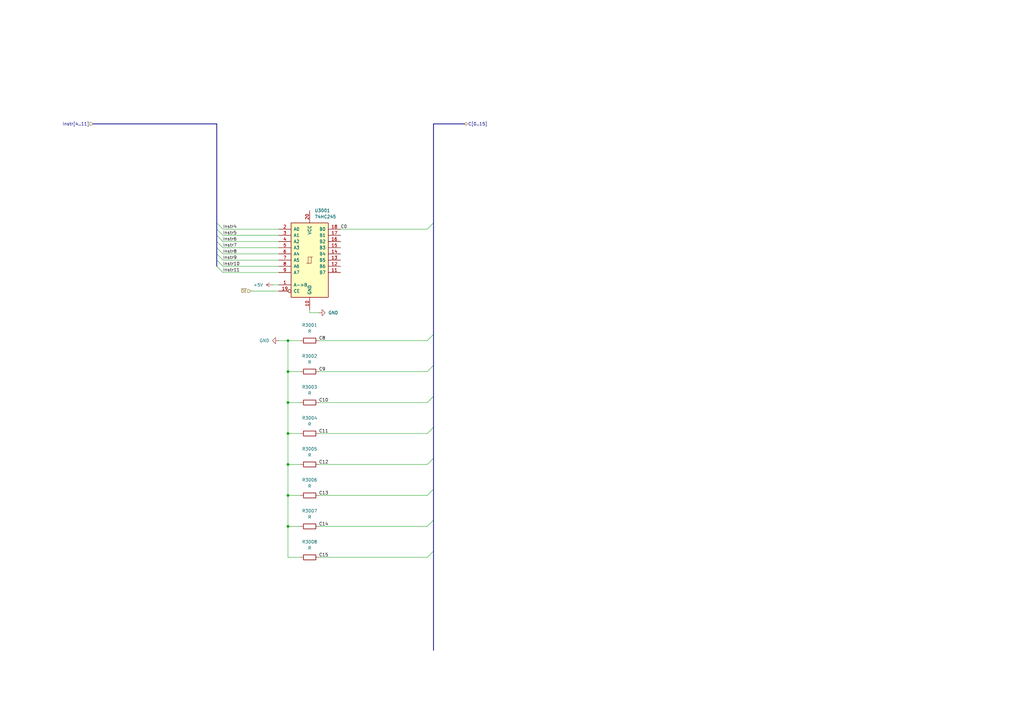
<source format=kicad_sch>
(kicad_sch (version 20231120) (generator "eeschema") (generator_version "8.0")
  (paper "A3")
  (lib_symbols
    (symbol "74xx:74HC245" (pin_names (offset 1.016))
      (property "Reference" "U" (at -7.62 16.51 0))
      (property "Value" "74HC245" (at -7.62 -16.51 0))
      (symbol "74HC245_1_0"
        (polyline (pts (xy -0.635 -1.27) (xy -0.635 1.27) (xy 0.635 1.27)))
        (polyline (pts (xy -1.27 -1.27) (xy 0.635 -1.27) (xy 0.635 1.27) (xy 1.27 1.27)))
        (pin input line (at -12.7 -10.16 0) (length 5.08) (name "A->B") (number "1"))
        (pin power_in line (at 0 -20.32 90) (length 5.08) (name "GND") (number "10"))
        (pin tri_state line (at 12.7 -5.08 180) (length 5.08) (name "B7") (number "11"))
        (pin tri_state line (at 12.7 -2.54 180) (length 5.08) (name "B6") (number "12"))
        (pin tri_state line (at 12.7 0 180) (length 5.08) (name "B5") (number "13"))
        (pin tri_state line (at 12.7 2.54 180) (length 5.08) (name "B4") (number "14"))
        (pin tri_state line (at 12.7 5.08 180) (length 5.08) (name "B3") (number "15"))
        (pin tri_state line (at 12.7 7.62 180) (length 5.08) (name "B2") (number "16"))
        (pin tri_state line (at 12.7 10.16 180) (length 5.08) (name "B1") (number "17"))
        (pin tri_state line (at 12.7 12.7 180) (length 5.08) (name "B0") (number "18"))
        (pin input inverted (at -12.7 -12.7 0) (length 5.08) (name "CE") (number "19"))
        (pin tri_state line (at -12.7 12.7 0) (length 5.08) (name "A0") (number "2"))
        (pin power_in line (at 0 20.32 270) (length 5.08) (name "VCC") (number "20"))
        (pin tri_state line (at -12.7 10.16 0) (length 5.08) (name "A1") (number "3"))
        (pin tri_state line (at -12.7 7.62 0) (length 5.08) (name "A2") (number "4"))
        (pin tri_state line (at -12.7 5.08 0) (length 5.08) (name "A3") (number "5"))
        (pin tri_state line (at -12.7 2.54 0) (length 5.08) (name "A4") (number "6"))
        (pin tri_state line (at -12.7 0 0) (length 5.08) (name "A5") (number "7"))
        (pin tri_state line (at -12.7 -2.54 0) (length 5.08) (name "A6") (number "8"))
        (pin tri_state line (at -12.7 -5.08 0) (length 5.08) (name "A7") (number "9"))
      )
      (symbol "74HC245_1_1"
        (rectangle (start -7.62 15.24) (end 7.62 -15.24) (stroke (width 0.254)) (fill (type background)))
      )
    )
    (symbol "Device:R" (pin_numbers hide) (pin_names (offset 0))
      (property "Reference" "R" (at 2.032 0 90))
      (property "Value" "R" (at 0 0 90))
      (symbol "R_0_1"
        (rectangle (start -1.016 -2.54) (end 1.016 2.54) (stroke (width 0.254)))
      )
      (symbol "R_1_1"
        (pin passive line (at 0 3.81 270) (length 1.27) (name "~") (number "1"))
        (pin passive line (at 0 -3.81 90) (length 1.27) (name "~") (number "2"))
      )
    )
    (symbol "power:+5V" (power) (pin_numbers hide) (pin_names (offset 0) hide)
      (property "Value" "+5V" (at 0 3.556 0))
      (symbol "+5V_0_1"
        (polyline (pts (xy -0.762 1.27) (xy 0 2.54)))
        (polyline (pts (xy 0 0) (xy 0 2.54)))
        (polyline (pts (xy 0 2.54) (xy 0.762 1.27)))
      )
      (symbol "+5V_1_1"
        (pin power_in line (at 0 0 90) (length 0) (name "~") (number "1"))
      )
    )
    (symbol "power:GND" (power) (pin_numbers hide) (pin_names (offset 0) hide)
      (property "Value" "GND" (at 0 -3.81 0))
      (symbol "GND_0_1"
        (polyline (pts (xy 0 0) (xy 0 -1.27) (xy 1.27 -1.27) (xy 0 -2.54) (xy -1.27 -1.27) (xy 0 -1.27)))
      )
      (symbol "GND_1_1"
        (pin power_in line (at 0 0 270) (length 0) (name "~") (number "1"))
      )
    )
  )
  (junction (at 118.11 203.2))
  (junction (at 118.11 177.8))
  (junction (at 118.11 215.9))
  (junction (at 118.11 190.5))
  (junction (at 118.11 152.4))
  (junction (at 118.11 165.1))
  (junction (at 118.11 139.7))
  (bus_entry (at 88.9 106.68) (size 2.54 2.54))
  (bus_entry (at 88.9 93.98) (size 2.54 2.54))
  (bus_entry (at 88.9 96.52) (size 2.54 2.54))
  (bus_entry (at 88.9 99.06) (size 2.54 2.54))
  (bus_entry (at 177.8 149.86) (size -2.54 2.54))
  (bus_entry (at 88.9 101.6) (size 2.54 2.54))
  (bus_entry (at 177.8 91.44) (size -2.54 2.54))
  (bus_entry (at 177.8 200.66) (size -2.54 2.54))
  (bus_entry (at 177.8 175.26) (size -2.54 2.54))
  (bus_entry (at 177.8 213.36) (size -2.54 2.54))
  (bus_entry (at 177.8 226.06) (size -2.54 2.54))
  (bus_entry (at 177.8 137.16) (size -2.54 2.54))
  (bus_entry (at 88.9 104.14) (size 2.54 2.54))
  (bus_entry (at 177.8 187.96) (size -2.54 2.54))
  (bus_entry (at 88.9 109.22) (size 2.54 2.54))
  (bus_entry (at 88.9 91.44) (size 2.54 2.54))
  (bus_entry (at 177.8 162.56) (size -2.54 2.54))
  (bus (pts (xy 177.8 162.56) (xy 177.8 175.26)))
  (wire (pts (xy 118.11 215.9) (xy 123.19 215.9)))
  (bus (pts (xy 88.9 99.06) (xy 88.9 101.6)))
  (wire (pts (xy 91.44 96.52) (xy 114.3 96.52)))
  (bus (pts (xy 88.9 106.68) (xy 88.9 109.22)))
  (bus (pts (xy 190.5 50.8) (xy 177.8 50.8)))
  (wire (pts (xy 118.11 139.7) (xy 123.19 139.7)))
  (bus (pts (xy 177.8 91.44) (xy 177.8 137.16)))
  (wire (pts (xy 118.11 203.2) (xy 123.19 203.2)))
  (wire (pts (xy 118.11 215.9) (xy 118.11 228.6)))
  (wire (pts (xy 118.11 152.4) (xy 123.19 152.4)))
  (wire (pts (xy 91.44 101.6) (xy 114.3 101.6)))
  (bus (pts (xy 88.9 101.6) (xy 88.9 104.14)))
  (bus (pts (xy 177.8 149.86) (xy 177.8 162.56)))
  (wire (pts (xy 91.44 106.68) (xy 114.3 106.68)))
  (wire (pts (xy 102.87 119.38) (xy 114.3 119.38)))
  (bus (pts (xy 177.8 50.8) (xy 177.8 91.44)))
  (wire (pts (xy 91.44 109.22) (xy 114.3 109.22)))
  (bus (pts (xy 38.1 50.8) (xy 88.9 50.8)))
  (wire (pts (xy 118.11 190.5) (xy 123.19 190.5)))
  (bus (pts (xy 88.9 96.52) (xy 88.9 99.06)))
  (wire (pts (xy 91.44 111.76) (xy 114.3 111.76)))
  (bus (pts (xy 177.8 137.16) (xy 177.8 149.86)))
  (bus (pts (xy 88.9 93.98) (xy 88.9 96.52)))
  (bus (pts (xy 177.8 200.66) (xy 177.8 213.36)))
  (wire (pts (xy 118.11 177.8) (xy 118.11 190.5)))
  (wire (pts (xy 127 128.27) (xy 127 127)))
  (bus (pts (xy 88.9 50.8) (xy 88.9 91.44)))
  (bus (pts (xy 177.8 175.26) (xy 177.8 187.96)))
  (bus (pts (xy 88.9 91.44) (xy 88.9 93.98)))
  (wire (pts (xy 130.81 215.9) (xy 175.26 215.9)))
  (wire (pts (xy 114.3 139.7) (xy 118.11 139.7)))
  (wire (pts (xy 130.81 228.6) (xy 175.26 228.6)))
  (wire (pts (xy 118.11 177.8) (xy 123.19 177.8)))
  (wire (pts (xy 118.11 190.5) (xy 118.11 203.2)))
  (wire (pts (xy 130.81 190.5) (xy 175.26 190.5)))
  (bus (pts (xy 177.8 213.36) (xy 177.8 226.06)))
  (wire (pts (xy 118.11 165.1) (xy 123.19 165.1)))
  (wire (pts (xy 91.44 99.06) (xy 114.3 99.06)))
  (wire (pts (xy 139.7 93.98) (xy 175.26 93.98)))
  (bus (pts (xy 88.9 104.14) (xy 88.9 106.68)))
  (wire (pts (xy 118.11 152.4) (xy 118.11 165.1)))
  (bus (pts (xy 177.8 226.06) (xy 177.8 266.7)))
  (wire (pts (xy 130.81 177.8) (xy 175.26 177.8)))
  (wire (pts (xy 130.81 139.7) (xy 175.26 139.7)))
  (wire (pts (xy 91.44 104.14) (xy 114.3 104.14)))
  (wire (pts (xy 118.11 203.2) (xy 118.11 215.9)))
  (wire (pts (xy 130.81 203.2) (xy 175.26 203.2)))
  (wire (pts (xy 130.81 152.4) (xy 175.26 152.4)))
  (wire (pts (xy 91.44 93.98) (xy 114.3 93.98)))
  (wire (pts (xy 130.81 128.27) (xy 127 128.27)))
  (wire (pts (xy 130.81 165.1) (xy 175.26 165.1)))
  (wire (pts (xy 118.11 165.1) (xy 118.11 177.8)))
  (wire (pts (xy 118.11 139.7) (xy 118.11 152.4)))
  (wire (pts (xy 118.11 228.6) (xy 123.19 228.6)))
  (bus (pts (xy 177.8 187.96) (xy 177.8 200.66)))
  (wire (pts (xy 111.76 116.84) (xy 114.3 116.84)))
  (label "Instr7" (at 91.44 101.6 0))
  (label "C12" (at 130.81 190.5 0))
  (label "C14" (at 130.81 215.9 0))
  (label "C13" (at 130.81 203.2 0))
  (label "Instr11" (at 91.44 111.76 0))
  (label "C11" (at 130.81 177.8 0))
  (label "C15" (at 130.81 228.6 0))
  (label "C8" (at 130.81 139.7 0))
  (label "Instr5" (at 91.44 96.52 0))
  (label "C0" (at 139.7 93.98 0))
  (label "Instr4" (at 91.44 93.98 0))
  (label "Instr6" (at 91.44 99.06 0))
  (label "Instr9" (at 91.44 106.68 0))
  (label "Instr8" (at 91.44 104.14 0))
  (label "Instr10" (at 91.44 109.22 0))
  (label "C9" (at 130.81 152.4 0))
  (label "C10" (at 130.81 165.1 0))
  (hierarchical_label "Instr[4..11]" (shape input) (at 38.1 50.8 180))
  (hierarchical_label "~{OE}" (shape input) (at 102.87 119.38 180))
  (hierarchical_label "C[0..15]" (shape tri_state) (at 190.5 50.8 0))
  (symbol (lib_id "Device:R") (at 127 215.9 90) (unit 1)
    (property "Reference" "R3007" (at 127 209.55 90))
    (property "Value" "R" (at 127 212.09 90))
    (property "Footprint" "Resistor_SMD:R_0603_1608Metric" (effects (hide yes)))
    (property "Datasheet" "https://jlcpcb.com/partdetail/23662-0603WAF1004T5E/C22935" (effects (hide yes)))
    (property "Description" "Resistor" (effects (hide yes)))
    (property "LCSC" "C22935" (effects (hide yes)))
  )
  (symbol (lib_id "power:+5V") (at 111.76 116.84 90) (unit 1)
    (property "Reference" "#PWR03001" (effects (hide yes)))
    (property "Value" "+5V" (at 107.95 116.8399 90) (effects (justify left)))
    (property "Description" "Power symbol creates a global label with name \"+5V\"" (effects (hide yes)))
  )
  (symbol (lib_id "Device:R") (at 127 139.7 90) (unit 1)
    (property "Reference" "R3001" (at 127 133.35 90))
    (property "Value" "R" (at 127 135.89 90))
    (property "Footprint" "Resistor_SMD:R_0603_1608Metric" (effects (hide yes)))
    (property "Datasheet" "https://jlcpcb.com/partdetail/23662-0603WAF1004T5E/C22935" (effects (hide yes)))
    (property "Description" "Resistor" (effects (hide yes)))
    (property "LCSC" "C22935" (effects (hide yes)))
  )
  (symbol (lib_id "Device:R") (at 127 165.1 90) (unit 1)
    (property "Reference" "R3003" (at 127 158.75 90))
    (property "Value" "R" (at 127 161.29 90))
    (property "Footprint" "Resistor_SMD:R_0603_1608Metric" (effects (hide yes)))
    (property "Datasheet" "https://jlcpcb.com/partdetail/23662-0603WAF1004T5E/C22935" (effects (hide yes)))
    (property "Description" "Resistor" (effects (hide yes)))
    (property "LCSC" "C22935" (effects (hide yes)))
  )
  (symbol (lib_id "Device:R") (at 127 203.2 90) (unit 1)
    (property "Reference" "R3006" (at 127 196.85 90))
    (property "Value" "R" (at 127 199.39 90))
    (property "Footprint" "Resistor_SMD:R_0603_1608Metric" (effects (hide yes)))
    (property "Datasheet" "https://jlcpcb.com/partdetail/23662-0603WAF1004T5E/C22935" (effects (hide yes)))
    (property "Description" "Resistor" (effects (hide yes)))
    (property "LCSC" "C22935" (effects (hide yes)))
  )
  (symbol (lib_id "Device:R") (at 127 190.5 90) (unit 1)
    (property "Reference" "R3005" (at 127 184.15 90))
    (property "Value" "R" (at 127 186.69 90))
    (property "Footprint" "Resistor_SMD:R_0603_1608Metric" (effects (hide yes)))
    (property "Datasheet" "https://jlcpcb.com/partdetail/23662-0603WAF1004T5E/C22935" (effects (hide yes)))
    (property "Description" "Resistor" (effects (hide yes)))
    (property "LCSC" "C22935" (effects (hide yes)))
  )
  (symbol (lib_id "power:GND") (at 114.3 139.7 270) (unit 1)
    (property "Reference" "#PWR03003" (effects (hide yes)))
    (property "Value" "GND" (at 110.49 139.6999 90) (effects (justify right)))
    (property "Description" "Power symbol creates a global label with name \"GND\" , ground" (effects (hide yes)))
  )
  (symbol (lib_id "Device:R") (at 127 228.6 90) (unit 1)
    (property "Reference" "R3008" (at 127 222.25 90))
    (property "Value" "R" (at 127 224.79 90))
    (property "Footprint" "Resistor_SMD:R_0603_1608Metric" (effects (hide yes)))
    (property "Datasheet" "https://jlcpcb.com/partdetail/23662-0603WAF1004T5E/C22935" (effects (hide yes)))
    (property "Description" "Resistor" (effects (hide yes)))
    (property "LCSC" "C22935" (effects (hide yes)))
  )
  (symbol (lib_id "74xx:74HC245") (at 127 106.68 0) (unit 1)
    (property "Reference" "U3001" (at 129.0194 86.36 0) (effects (justify left)))
    (property "Value" "74HC245" (at 129.0194 88.9 0) (effects (justify left)))
    (property "Footprint" "Package_SO:SOIC-20W_7.5x12.8mm_P1.27mm" (effects (hide yes)))
    (property "Datasheet" "http://www.ti.com/lit/gpn/sn74HC245" (effects (hide yes)))
    (property "LCSC" "C5625" (effects (hide yes)))
  )
  (symbol (lib_id "Device:R") (at 127 177.8 90) (unit 1)
    (property "Reference" "R3004" (at 127 171.45 90))
    (property "Value" "R" (at 127 173.99 90))
    (property "Footprint" "Resistor_SMD:R_0603_1608Metric" (effects (hide yes)))
    (property "Datasheet" "https://jlcpcb.com/partdetail/23662-0603WAF1004T5E/C22935" (effects (hide yes)))
    (property "Description" "Resistor" (effects (hide yes)))
    (property "LCSC" "C22935" (effects (hide yes)))
  )
  (symbol (lib_id "Device:R") (at 127 152.4 90) (unit 1)
    (property "Reference" "R3002" (at 127 146.05 90))
    (property "Value" "R" (at 127 148.59 90))
    (property "Footprint" "Resistor_SMD:R_0603_1608Metric" (effects (hide yes)))
    (property "Datasheet" "https://jlcpcb.com/partdetail/23662-0603WAF1004T5E/C22935" (effects (hide yes)))
    (property "Description" "Resistor" (effects (hide yes)))
    (property "LCSC" "C22935" (effects (hide yes)))
  )
  (symbol (lib_id "power:GND") (at 130.81 128.27 90) (unit 1)
    (property "Reference" "#PWR03002" (effects (hide yes)))
    (property "Value" "GND" (at 134.62 128.2699 90) (effects (justify right)))
    (property "Description" "Power symbol creates a global label with name \"GND\" , ground" (effects (hide yes)))
  )
)
</source>
